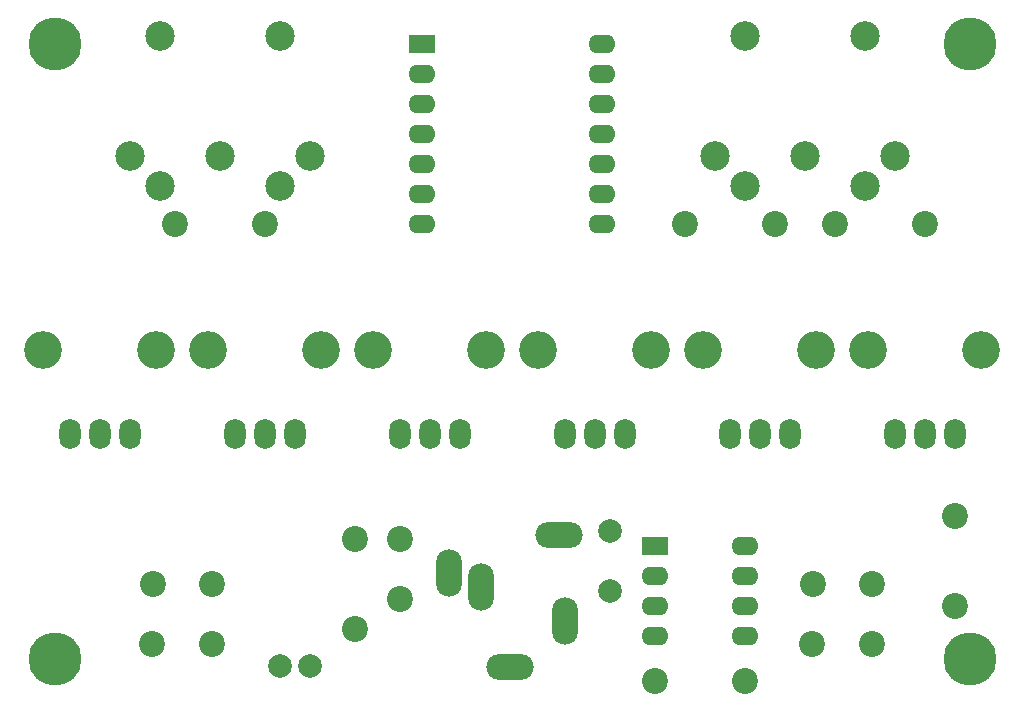
<source format=gbr>
%TF.GenerationSoftware,KiCad,Pcbnew,5.1.9+dfsg1-1~bpo10+1*%
%TF.CreationDate,2021-10-31T09:49:58+01:00*%
%TF.ProjectId,multi,6d756c74-692e-46b6-9963-61645f706362,rev?*%
%TF.SameCoordinates,Original*%
%TF.FileFunction,Soldermask,Bot*%
%TF.FilePolarity,Negative*%
%FSLAX46Y46*%
G04 Gerber Fmt 4.6, Leading zero omitted, Abs format (unit mm)*
G04 Created by KiCad (PCBNEW 5.1.9+dfsg1-1~bpo10+1) date 2021-10-31 09:49:58*
%MOMM*%
%LPD*%
G01*
G04 APERTURE LIST*
%ADD10O,3.200000X3.200000*%
%ADD11O,1.800000X2.600000*%
%ADD12C,2.200000*%
%ADD13O,4.000000X2.200000*%
%ADD14O,2.200000X4.000000*%
%ADD15C,2.499360*%
%ADD16R,2.286000X1.574800*%
%ADD17O,2.286000X1.574800*%
%ADD18C,2.000000*%
%ADD19C,4.500000*%
G04 APERTURE END LIST*
D10*
%TO.C,KNOB6*%
X185102500Y-93268800D03*
X175577500Y-93268800D03*
D11*
X182880000Y-100330000D03*
X180340000Y-100330000D03*
X177800000Y-100330000D03*
%TD*%
D10*
%TO.C,KNOB5*%
X171132500Y-93268800D03*
X161607500Y-93268800D03*
D11*
X168910000Y-100330000D03*
X166370000Y-100330000D03*
X163830000Y-100330000D03*
%TD*%
D10*
%TO.C,KNOB4*%
X157162500Y-93268800D03*
X147637500Y-93268800D03*
D11*
X154940000Y-100330000D03*
X152400000Y-100330000D03*
X149860000Y-100330000D03*
%TD*%
D10*
%TO.C,KNOB3*%
X143192500Y-93268800D03*
X133667500Y-93268800D03*
D11*
X140970000Y-100330000D03*
X138430000Y-100330000D03*
X135890000Y-100330000D03*
%TD*%
D10*
%TO.C,KNOB2*%
X129222500Y-93268800D03*
X119697500Y-93268800D03*
D11*
X127000000Y-100330000D03*
X124460000Y-100330000D03*
X121920000Y-100330000D03*
%TD*%
D10*
%TO.C,KNOB1*%
X115252500Y-93268800D03*
X105727500Y-93268800D03*
D11*
X113030000Y-100330000D03*
X110490000Y-100330000D03*
X107950000Y-100330000D03*
%TD*%
D12*
%TO.C,R1*%
X132080000Y-109220000D03*
X132080000Y-116840000D03*
%TD*%
%TO.C,R2*%
X172720000Y-82550000D03*
X180340000Y-82550000D03*
%TD*%
%TO.C,R3*%
X167640000Y-82550000D03*
X160020000Y-82550000D03*
%TD*%
%TO.C,R4*%
X124460000Y-82550000D03*
X116840000Y-82550000D03*
%TD*%
%TO.C,R5*%
X182880000Y-107315000D03*
X182880000Y-114935000D03*
%TD*%
%TO.C,R6*%
X165100000Y-121285000D03*
X157480000Y-121285000D03*
%TD*%
D13*
%TO.C,J3*%
X145260000Y-120105000D03*
D14*
X140060000Y-112105000D03*
X142760000Y-113305000D03*
D13*
X149360000Y-108905000D03*
D14*
X149860000Y-116205000D03*
%TD*%
D12*
%TO.C,PB2*%
X175895000Y-118110000D03*
X170815000Y-118110000D03*
X175895000Y-113030000D03*
X170855000Y-113070000D03*
%TD*%
%TO.C,PB1*%
X120015000Y-118110000D03*
X114935000Y-118110000D03*
X120015000Y-113030000D03*
X114975000Y-113070000D03*
%TD*%
D15*
%TO.C,J2*%
X175260000Y-66675000D03*
X165100000Y-66675000D03*
X175260000Y-79375000D03*
X162560000Y-76835000D03*
X170180000Y-76835000D03*
X165100000Y-79375000D03*
X177800000Y-76835000D03*
%TD*%
D16*
%TO.C,U2*%
X137795000Y-67310000D03*
D17*
X137795000Y-69850000D03*
X137795000Y-72390000D03*
X137795000Y-74930000D03*
X137795000Y-77470000D03*
X137795000Y-80010000D03*
X137795000Y-82550000D03*
X153035000Y-82550000D03*
X153035000Y-80010000D03*
X153035000Y-77470000D03*
X153035000Y-74930000D03*
X153035000Y-72390000D03*
X153035000Y-69850000D03*
X153035000Y-67310000D03*
%TD*%
D18*
%TO.C,C2*%
X125730000Y-120015000D03*
X128270000Y-120015000D03*
%TD*%
%TO.C,D1*%
X153670000Y-108585000D03*
X153670000Y-113665000D03*
%TD*%
D19*
%TO.C,HOLE2*%
X106680000Y-67310000D03*
%TD*%
%TO.C,HOLE2*%
X106680000Y-119380000D03*
%TD*%
%TO.C,HOLE2*%
X184150000Y-119380000D03*
%TD*%
%TO.C,HOLE2*%
X184150000Y-67310000D03*
%TD*%
D12*
%TO.C,C1*%
X135890000Y-109220000D03*
X135890000Y-114300000D03*
%TD*%
D15*
%TO.C,J1*%
X125730000Y-66675000D03*
X115570000Y-66675000D03*
X125730000Y-79375000D03*
X113030000Y-76835000D03*
X120650000Y-76835000D03*
X115570000Y-79375000D03*
X128270000Y-76835000D03*
%TD*%
D17*
%TO.C,U1*%
X165100000Y-109855000D03*
X165100000Y-112395000D03*
X165100000Y-114935000D03*
X165100000Y-117475000D03*
X157480000Y-117475000D03*
X157480000Y-114935000D03*
X157480000Y-112395000D03*
D16*
X157480000Y-109855000D03*
%TD*%
M02*

</source>
